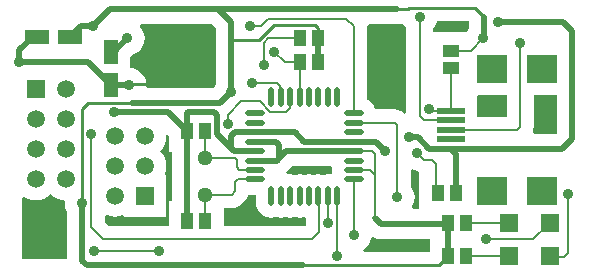
<source format=gtl>
%FSAX24Y24*%
%MOIN*%
G70*
G01*
G75*
G04 Layer_Physical_Order=1*
G04 Layer_Color=255*
%ADD10R,0.0433X0.0551*%
%ADD11R,0.0472X0.0787*%
%ADD12R,0.0787X0.0472*%
%ADD13R,0.0925X0.0197*%
%ADD14R,0.0984X0.0925*%
%ADD15R,0.0551X0.0433*%
%ADD16O,0.0650X0.0217*%
%ADD17O,0.0217X0.0650*%
%ADD18R,0.0591X0.0591*%
%ADD19C,0.0200*%
%ADD20C,0.0100*%
%ADD21C,0.0080*%
%ADD22C,0.0591*%
%ADD23R,0.0591X0.0591*%
%ADD24C,0.0512*%
%ADD25C,0.0350*%
G36*
X034042Y033917D02*
X034109Y033866D01*
X034190Y033832D01*
X034188Y033826D01*
X034188D01*
X034188Y033826D01*
Y032604D01*
X033962D01*
X033926Y032676D01*
X033952Y032710D01*
X034010Y032850D01*
X034030Y033000D01*
X034010Y033150D01*
X033952Y033290D01*
X033894Y033366D01*
Y033876D01*
X033954Y033929D01*
X034042Y033917D01*
D02*
G37*
G36*
X022012Y033019D02*
X022133Y032955D01*
X022264Y032915D01*
X022326Y032909D01*
X022376Y032846D01*
X022370Y032800D01*
X022390Y032650D01*
X022446Y032515D01*
Y030954D01*
X020954D01*
Y032972D01*
X021023Y033013D01*
X021133Y032955D01*
X021264Y032915D01*
X021400Y032901D01*
X021536Y032915D01*
X021667Y032955D01*
X021788Y033019D01*
X021894Y033106D01*
X021906D01*
X022012Y033019D01*
D02*
G37*
G36*
X025838Y035060D02*
Y034524D01*
X025950D01*
Y032876D01*
X025838D01*
Y032044D01*
X023834D01*
X023694Y032184D01*
Y032374D01*
X023762Y032415D01*
X023783Y032405D01*
X023914Y032365D01*
X024050Y032351D01*
X024186Y032365D01*
X024317Y032405D01*
X024317Y032405D01*
Y032405D01*
X024355Y032355D01*
Y032355D01*
X025745D01*
Y033745D01*
X025745D01*
X025695Y033783D01*
X025695Y033783D01*
X025735Y033914D01*
X025749Y034050D01*
X025735Y034186D01*
X025695Y034317D01*
X025631Y034438D01*
X025544Y034544D01*
Y034556D01*
X025631Y034662D01*
X025695Y034783D01*
X025735Y034914D01*
X025749Y035050D01*
X025745Y035090D01*
X025771Y035103D01*
X025838Y035060D01*
D02*
G37*
G36*
X032648Y031663D02*
X032769Y031613D01*
X032900Y031596D01*
X034538D01*
Y031474D01*
Y031185D01*
X032333D01*
X032307Y031261D01*
X032410Y031340D01*
X032502Y031460D01*
X032560Y031600D01*
X032565Y031639D01*
X032639Y031670D01*
X032648Y031663D01*
D02*
G37*
G36*
X028480Y033085D02*
X028735D01*
Y032830D01*
X028752Y032697D01*
X028804Y032574D01*
X028885Y032467D01*
X028991Y032386D01*
X029115Y032335D01*
X029248Y032317D01*
X029380Y032335D01*
X029405Y032345D01*
X029430Y032335D01*
X029563Y032317D01*
X029695Y032335D01*
X029720Y032345D01*
X029745Y032335D01*
X029878Y032317D01*
X030010Y032335D01*
X030035Y032345D01*
X030060Y032335D01*
X030193Y032317D01*
X030325Y032335D01*
X030340Y032341D01*
X030406Y032296D01*
Y032044D01*
X027662D01*
Y032646D01*
X027940D01*
X028055Y032661D01*
X028162Y032705D01*
X028254Y032776D01*
X028364Y032886D01*
X028434Y032978D01*
X028466Y033054D01*
X028479Y033085D01*
X028479Y033085D01*
X028480Y033085D01*
D02*
G37*
G36*
X031283Y033978D02*
X031274Y033913D01*
X031287Y033820D01*
X031230Y033763D01*
X031137Y033776D01*
X031005Y033758D01*
X030980Y033748D01*
X030955Y033758D01*
X030822Y033776D01*
X030690Y033758D01*
X030665Y033748D01*
X030640Y033758D01*
X030507Y033776D01*
X030375Y033758D01*
X030350Y033748D01*
X030325Y033758D01*
X030193Y033776D01*
X030060Y033758D01*
X030035Y033748D01*
X030010Y033758D01*
X029878Y033776D01*
X029802Y033766D01*
X029754Y033829D01*
X029765Y033856D01*
X029784Y033871D01*
X029784Y033871D01*
X029784Y033871D01*
X029857Y033943D01*
X029951Y034038D01*
X031230D01*
X031283Y033978D01*
D02*
G37*
G36*
X027396Y038641D02*
Y038250D01*
X027396Y038250D01*
X027396D01*
Y036785D01*
X027342Y036655D01*
X027341Y036654D01*
X025128D01*
X025088Y036700D01*
X024500D01*
Y036800D01*
X025073D01*
X025060Y036900D01*
X025002Y037040D01*
X024910Y037160D01*
X024790Y037252D01*
X024650Y037310D01*
X024536Y037325D01*
Y037673D01*
X024605Y037742D01*
X024740Y037798D01*
X024860Y037890D01*
X024952Y038010D01*
X025010Y038150D01*
X025030Y038300D01*
X025010Y038450D01*
X024952Y038590D01*
X024873Y038693D01*
X024909Y038765D01*
X027272D01*
X027396Y038641D01*
D02*
G37*
G36*
X035846Y038862D02*
Y038652D01*
X035798Y038590D01*
X035765Y038512D01*
X034644D01*
Y038634D01*
X034702Y038710D01*
X034760Y038850D01*
X034762Y038865D01*
X035843D01*
X035846Y038862D01*
D02*
G37*
G36*
X037106Y035694D02*
X036092D01*
Y036378D01*
D01*
Y036378D01*
X036139Y036425D01*
X037106D01*
Y035694D01*
D02*
G37*
G36*
X038765Y035148D02*
X038741Y035124D01*
X038005D01*
X037960Y035191D01*
X037979Y035235D01*
X037994Y035350D01*
Y036425D01*
X038765D01*
Y035148D01*
D02*
G37*
G36*
X033677Y038761D02*
X033698Y038710D01*
X033756Y038634D01*
Y035826D01*
X033682Y035795D01*
X033676Y035801D01*
X033584Y035872D01*
X033553Y035885D01*
X033477Y035916D01*
X033363Y035931D01*
X032716D01*
X032715Y035935D01*
X032664Y036059D01*
X032583Y036165D01*
X032476Y036246D01*
X032447Y036258D01*
Y038700D01*
X032447Y038705D01*
X032499Y038765D01*
X033450D01*
X033581Y038782D01*
X033603Y038791D01*
X033677Y038761D01*
D02*
G37*
D10*
X035745Y032150D02*
D03*
X035155D02*
D03*
X035745Y031050D02*
D03*
X035155D02*
D03*
X035395Y033150D02*
D03*
X034805D02*
D03*
X027045Y035200D02*
D03*
X026455D02*
D03*
X027045Y032200D02*
D03*
X026455D02*
D03*
X030795Y037500D02*
D03*
X030205D02*
D03*
X030795Y038300D02*
D03*
X030205D02*
D03*
D11*
X023900Y036749D02*
D03*
Y037851D02*
D03*
D12*
X021449Y038350D02*
D03*
X022551D02*
D03*
D13*
X035230Y035880D02*
D03*
X035229Y035565D02*
D03*
Y035250D02*
D03*
Y034620D02*
D03*
Y034935D02*
D03*
D14*
X038271Y037287D02*
D03*
Y033213D02*
D03*
X036597Y037287D02*
D03*
Y033213D02*
D03*
D15*
X035250Y037895D02*
D03*
Y037305D02*
D03*
D16*
X028696Y035802D02*
D03*
Y035487D02*
D03*
Y035172D02*
D03*
Y034857D02*
D03*
Y034543D02*
D03*
Y034228D02*
D03*
Y033913D02*
D03*
Y033598D02*
D03*
X032004D02*
D03*
Y033913D02*
D03*
Y034228D02*
D03*
Y034543D02*
D03*
Y034857D02*
D03*
Y035172D02*
D03*
Y035487D02*
D03*
Y035802D02*
D03*
D17*
X029248Y033046D02*
D03*
X029563D02*
D03*
X029878D02*
D03*
X030193D02*
D03*
X030507D02*
D03*
X030822D02*
D03*
X031137D02*
D03*
X031452D02*
D03*
Y036354D02*
D03*
X031137D02*
D03*
X030822D02*
D03*
X030507D02*
D03*
X030193D02*
D03*
X029878D02*
D03*
X029563D02*
D03*
X029248D02*
D03*
D18*
X037161Y031050D02*
D03*
X038539D02*
D03*
X037161Y032150D02*
D03*
X038539D02*
D03*
D19*
X027338Y035850D02*
X027444Y035744D01*
X026500Y035850D02*
X027338D01*
X026455Y035805D02*
X026500Y035850D01*
X026455Y035200D02*
Y035805D01*
X027444Y035106D02*
Y035744D01*
Y035106D02*
X027900Y034650D01*
Y035050D01*
X028689Y034550D02*
X028696Y034543D01*
X028000Y034550D02*
X028689D01*
X027900Y034650D02*
X028000Y034550D01*
X027900Y035050D02*
X027944Y035094D01*
X027947D01*
X028026Y035172D01*
X029743Y034543D02*
X032004D01*
X029500Y034300D02*
X029743Y034543D01*
X029428Y034228D02*
X029500Y034300D01*
X028696Y034228D02*
X029428D01*
X029500Y034300D02*
Y034750D01*
X029393Y034857D02*
X029500Y034750D01*
X028696Y034857D02*
X029393D01*
X028026Y035172D02*
X028696D01*
X031996Y034850D02*
X032004Y034857D01*
X030350Y034850D02*
X031996D01*
X030028Y035172D02*
X030350Y034850D01*
X028696Y035172D02*
X030028D01*
X032743Y034857D02*
X033050Y034550D01*
X032004Y034857D02*
X032743D01*
X035395Y033150D02*
Y034454D01*
X035229Y034620D02*
X035395Y034454D01*
X034140Y035000D02*
X034520Y034620D01*
X033850Y035000D02*
X034140D01*
X034520Y034620D02*
X035229D01*
X038950D02*
X039269Y034939D01*
Y038550D01*
X038969Y038850D02*
X039269Y038550D01*
X036800Y038850D02*
X038969D01*
X035229Y034620D02*
X038950D01*
X023149Y037500D02*
X023900Y036749D01*
X020850Y037500D02*
X023149D01*
X023100Y030731D02*
X030300D01*
X022950Y030881D02*
X023100Y030731D01*
X022950Y030881D02*
Y032800D01*
X024600Y036150D02*
X027550D01*
X027900Y036500D01*
X036350Y038350D02*
Y039000D01*
X027481Y039269D02*
X033450D01*
X027481D02*
X027900Y038850D01*
X023869Y039269D02*
X027481D01*
X023300Y038700D02*
X023869Y039269D01*
X020850Y037500D02*
Y037900D01*
X021300Y038350D01*
X027900Y038250D02*
Y038850D01*
Y036500D02*
Y038250D01*
X025805Y035850D02*
X026455Y035200D01*
X024000Y035850D02*
X025805D01*
X026455Y032200D02*
Y035200D01*
X023900Y036749D02*
X024499D01*
X032700Y032300D02*
X032900Y032100D01*
X035105D01*
X035155Y031050D02*
Y032150D01*
X024001Y037851D02*
X024450Y038300D01*
X022551Y038350D02*
X022901Y038700D01*
X023300D01*
X030795Y037500D02*
Y038300D01*
D20*
X034836Y030731D02*
X035155Y031050D01*
X030300Y030731D02*
X034836D01*
X022944Y032806D02*
X022950Y032800D01*
X022944Y032806D02*
Y035227D01*
X022950Y035233D01*
Y035950D01*
X023150Y036150D01*
X023867D01*
X023873Y036156D01*
X024594D01*
X024600Y036150D01*
X036031Y039319D02*
X036350Y039000D01*
X033850Y039319D02*
X036031D01*
X033800Y039269D02*
X033850Y039319D01*
X033450Y039269D02*
X033800D01*
X030795Y038300D02*
X030800Y038305D01*
Y038650D01*
X030700Y038750D02*
X030800Y038650D01*
X029350Y038750D02*
X030700D01*
X028850Y038250D02*
X029350Y038750D01*
X027900Y038250D02*
X028850D01*
D21*
X031754Y038950D02*
X032004Y038700D01*
X029150Y038950D02*
X031754D01*
X028900Y038700D02*
X029150Y038950D01*
X028550Y038700D02*
X028900D01*
X032004Y035802D02*
Y038700D01*
X021300Y038350D02*
X021449D01*
X023350Y031200D02*
X025500D01*
X034335Y035565D02*
X035229D01*
X034200Y035700D02*
X034335Y035565D01*
X034200Y035700D02*
Y039000D01*
X033450Y033000D02*
Y035400D01*
X033363Y035487D02*
X033450Y035400D01*
X032004Y035487D02*
X033363D01*
X034750Y033205D02*
X034805Y033150D01*
X034750Y033205D02*
Y034100D01*
X034600Y034250D02*
X034750Y034100D01*
X034331Y034250D02*
X034600D01*
X034091Y034491D02*
X034331Y034250D01*
X029000Y037400D02*
Y038150D01*
X029700Y037500D02*
X030205D01*
X029350Y037850D02*
X029700Y037500D01*
X029000Y038150D02*
X029150Y038300D01*
X030205D01*
X024499Y036749D02*
X024500Y036750D01*
X030600Y031600D02*
X030850Y031850D01*
X023650Y031600D02*
X030600D01*
X023250Y032000D02*
X023650Y031600D01*
X030850Y031850D02*
Y033019D01*
X023250Y032000D02*
Y035100D01*
X032000Y033594D02*
X032004Y033598D01*
X032000Y031750D02*
Y033594D01*
X031450Y031050D02*
X031452Y031052D01*
Y033046D01*
X032550Y033900D02*
X032700Y033750D01*
Y032300D02*
Y033750D01*
X032016Y033900D02*
X032550D01*
X032700Y033750D02*
Y034450D01*
X035105Y032100D02*
X035155Y032150D01*
X036300Y038300D02*
X036350Y038350D01*
X035250Y037895D02*
X035895D01*
X036300Y038300D01*
X027800Y035450D02*
Y035750D01*
X028250Y036200D01*
X028860D01*
X029210Y035850D01*
X029750D01*
X029878Y035978D01*
Y036354D01*
X028600Y036800D02*
X029450D01*
X029550Y036700D01*
Y036366D02*
Y036700D01*
Y036366D02*
X029563Y036354D01*
X034500Y035950D02*
X034570Y035880D01*
X035230D01*
X035229Y035250D02*
X035229Y035250D01*
X037450D01*
X037550Y035350D01*
Y038150D01*
X035230Y035880D02*
X035250Y035900D01*
Y037305D01*
X039000Y031000D02*
X039150Y031150D01*
Y033100D01*
X038589Y031000D02*
X039000D01*
X038539Y031050D02*
X038589Y031000D01*
X037989Y031600D02*
X038539Y032150D01*
X036400Y031600D02*
X037989D01*
X038539Y032150D02*
X038650D01*
X037161Y031050D02*
X037161Y031050D01*
X035745Y031050D02*
X037161D01*
Y032150D02*
X037161Y032150D01*
X035745Y032150D02*
X037161D01*
X031137Y032163D02*
X031150Y032150D01*
X031137Y032163D02*
Y033046D01*
X030822D02*
X030850Y033019D01*
X030205Y037500D02*
X030205Y037500D01*
X023900Y037851D02*
X024001D01*
X032004Y033913D02*
X032016Y033900D01*
X032607Y034543D02*
X032700Y034450D01*
X032004Y034543D02*
X032607D01*
X030193Y036354D02*
X030205Y036366D01*
Y037500D01*
X027045Y032200D02*
X027050Y032205D01*
Y033090D01*
X027045Y034315D02*
X027050Y034310D01*
X027045Y034315D02*
Y035200D01*
X028040Y034310D02*
X028100Y034250D01*
X027050Y034310D02*
X028040D01*
X028100Y034000D02*
Y034250D01*
Y034000D02*
X028187Y033913D01*
X028696D01*
X027050Y033090D02*
X027940D01*
X028050Y033200D01*
Y033500D01*
X028148Y033598D01*
X028696D01*
D22*
X022400Y033600D02*
D03*
X021400D02*
D03*
X022400Y034600D02*
D03*
X021400D02*
D03*
X022400Y035600D02*
D03*
X021400D02*
D03*
X022400Y036600D02*
D03*
X024050Y033050D02*
D03*
X025050Y034050D02*
D03*
X024050D02*
D03*
X025050Y035050D02*
D03*
X024050D02*
D03*
D23*
X021400Y036600D02*
D03*
X025050Y033050D02*
D03*
D24*
X027050Y034310D02*
D03*
Y033090D02*
D03*
D25*
X028550Y038700D02*
D03*
X020850Y037500D02*
D03*
X036800Y038850D02*
D03*
X023350Y031200D02*
D03*
X025500D02*
D03*
X033450Y033000D02*
D03*
X033050Y034550D02*
D03*
X033850Y035000D02*
D03*
X034091Y034491D02*
D03*
X029000Y037400D02*
D03*
X029350Y037850D02*
D03*
X024000Y035850D02*
D03*
X024500Y036750D02*
D03*
X022950Y032800D02*
D03*
X032000Y031750D02*
D03*
X031450Y031050D02*
D03*
X036300Y038300D02*
D03*
X027900Y036500D02*
D03*
X027800Y035450D02*
D03*
X028600Y036800D02*
D03*
X034500Y035950D02*
D03*
X034200Y039000D02*
D03*
X037550Y038150D02*
D03*
X039150Y033100D02*
D03*
X036400Y031600D02*
D03*
X031150Y032150D02*
D03*
X023250Y035100D02*
D03*
X024450Y038300D02*
D03*
X023300Y038700D02*
D03*
M02*

</source>
